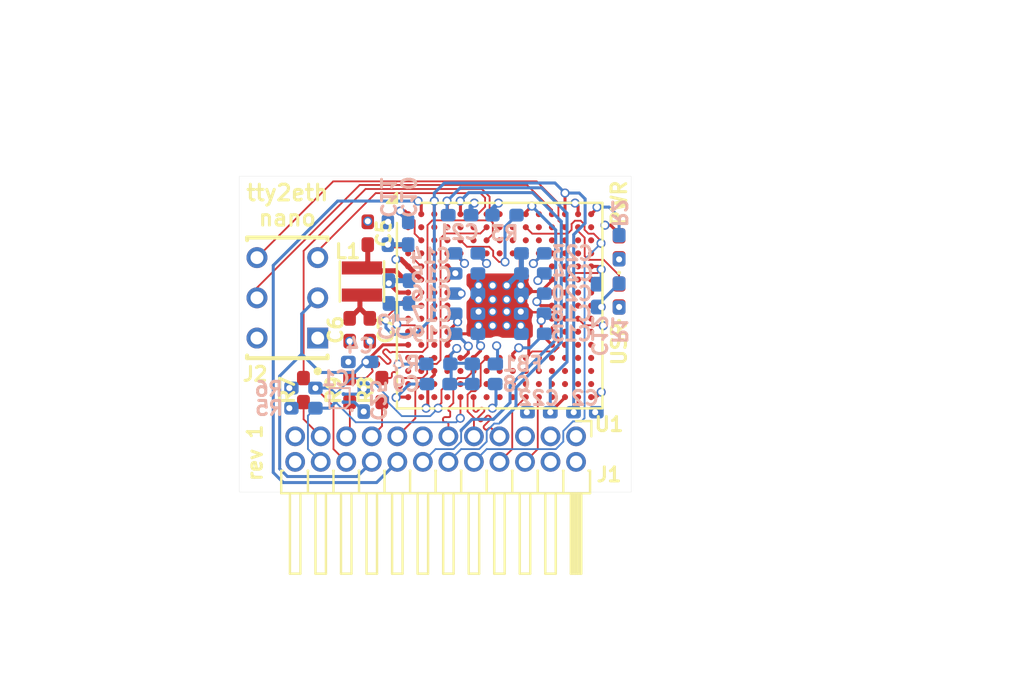
<source format=kicad_pcb>
(kicad_pcb (version 20241229) (generator "pcbnew") (generator_version "9.0")
  (title_block (title "tty2eth-nano") (date "2024-12-04") (rev "1") (company "Institute of Technical Chemistry - Leibniz University Hannover") (comment 1 "JLC04161H-7628"))
  (layers (0 "F.Cu" signal) (4 "In1.Cu" signal) (6 "In2.Cu" signal) (2 "B.Cu" signal) (13 "F.Paste" user) (15 "B.Paste" user) (5 "F.SilkS" user "F.Silkscreen") (7 "B.SilkS" user "B.Silkscreen") (1 "F.Mask" user) (3 "B.Mask" user) (25 "Edge.Cuts" user))
  (net 0 "")
  (net 1 "/stm32/VFBSMPS")
  (net 2 "GND")
  (net 3 "+3V3")
  (net 4 "/stm32/VDDA")
  (net 5 "/stm32/VLXSMPS")
  (net 6 "/~{RST}")
  (net 7 "/ETH_REF_CLK")
  (net 8 "/~{PHYTEC_READY}")
  (net 9 "/ETH_TXD1")
  (net 10 "/stm32/SWO")
  (net 11 "/stm32/SWCLK")
  (net 12 "/stm32/SWDIO")
  (net 13 "Net-(LED_PWR1-K)")
  (net 14 "Net-(LED_USR1-K)")
  (net 15 "/stm32/LED_USR")
  (net 16 "/ETH_CRS_DV")
  (net 17 "/stm32/VREF+")
  (net 18 "/ETH_RXD0")
  (net 19 "/ETH_TXD0")
  (net 20 "/ETH_RXD1")
  (net 21 "/ETH_TXEN")
  (net 22 "Net-(U1-BOOT0)")
  (net 132 "/DEV_UART_RX")
  (net 133 "/DBG_UART_TX")
  (net 135 "/DEV_RST")
  (net 136 "/DBG_UART_RX")
  (net 137 "/DEV_UART_TX")
  (net 139 "/SCL")
  (net 141 "/SDA")
  (net 143 "Net-(C21-Pad1)")
  (net 144 "Net-(U1-PG11)")
  (net 145 "Net-(U1-PG13)")
  (net 146 "Net-(U1-PG14)")
  (footprint "extras:C_0402" (layer "F.Cu") (at 33.39 46.4 -90)
    (property "Reference" "C7")
    (property "Value" "10u")
  )
  (footprint "extras:C_0402" (layer "F.Cu") (at 32.39 46.4 -90)
    (property "Reference" "C6")
    (property "Value" "10u")
  )
  (footprint "extras:R_0402" (layer "F.Cu") (at 32.39 49.4 90)
    (property "Reference" "R9")
    (property "Value" "33")
  )
  (footprint "extras:R_0402" (layer "F.Cu") (at 33.99 49.4 90)
    (property "Reference" "R8")
    (property "Value" "33")
  )
  (footprint "Inductor_SMD:L_Taiyo-Yuden_NR-20xx" (layer "F.Cu") (at 33 44 90)
    (property "Reference" "L1")
    (property "Value" "MDMK2020T2R2MM")
  )
  (footprint "extras:UFBGA-201_10x10mm_Layout15x15_P0.65mm" (layer "F.Cu") (at 39.85 45.2)
    (property "Reference" "U1")
    (property "Value" "STM32H735IGKx")
  )
  (footprint "extras:C_0402" (layer "F.Cu") (at 33.29 41.6 90)
    (property "Reference" "C5")
    (property "Value" "220p")
  )
  (footprint "extras:SAMTEC_CLT-103-01-F-D" (layer "F.Cu") (at 29.29 44.8125 -90)
    (property "Reference" "J2")
    (property "Value" "Conn_02x03_Odd_Even")
  )
  (footprint "LED_SMD:LED_0402_1005Metric_Pad0.77x0.64mm_HandSolder" (layer "F.Cu") (at 45.79 42.2975 90)
    (property "Reference" "LED_PWR1" (hide yes))
    (property "Value" "LED_Green")
  )
  (footprint "extras:R_0402" (layer "F.Cu") (at 30.09 49.4 90)
    (property "Reference" "R7")
    (property "Value" "33")
  )
  (footprint "extras:PinHeader_2x12_P1.27mm_Horizontal" (layer "F.Cu") (at 43.65 51.7 -90)
    (property "Reference" "J1")
    (property "Value" "Conn_02x12_Odd_Even")
  )
  (footprint "LED_SMD:LED_0402_1005Metric_Pad0.77x0.64mm_HandSolder" (layer "F.Cu") (at 45.79 44.695 90)
    (property "Reference" "LED_USR1" (hide yes))
    (property "Value" "LED_Red")
  )
  (footprint "extras:C_0402" (layer "B.Cu") (at 37.8575 40.7)
    (property "Reference" "C21")
    (property "Value" "2.2u")
  )
  (footprint "extras:R_0402" (layer "B.Cu") (at 40.09 40.7 180)
    (property "Reference" "R3")
    (property "Value" "10k")
  )
  (footprint "extras:C_0402" (layer "B.Cu") (at 36.8 49.1 180)
    (property "Reference" "C9")
    (property "Value" "1u")
  )
  (footprint "extras:R_0402" (layer "B.Cu") (at 30.09 49.3 180)
    (property "Reference" "R6")
    (property "Value" "4.7k")
  )
  (footprint "extras:C_0402" (layer "B.Cu") (at 35.34 44.525 -90)
    (property "Reference" "C1")
    (property "Value" "10u")
  )
  (footprint "extras:BGA4C40P2X2_84X84X37" (layer "B.Cu") (at 31.89 49.8 90)
    (property "Reference" "IC1")
    (property "Value" "MAX31875R2TZS+T" (hide yes))
  )
  (footprint "extras:C_0402" (layer "B.Cu") (at 41.5 46.6 180)
    (property "Reference" "C13")
    (property "Value" "100n")
  )
  (footprint "extras:C_0402" (layer "B.Cu") (at 38.2 45.6)
    (property "Reference" "C17")
    (property "Value" "100n")
  )
  (footprint "extras:C_0402" (layer "B.Cu") (at 34.34 44.525 -90)
    (property "Reference" "C3")
    (property "Value" "4.7u")
  )
  (footprint "extras:C_0402" (layer "B.Cu") (at 41.5 42.6 180)
    (property "Reference" "C23")
    (property "Value" "100n")
  )
  (footprint "extras:C_0402" (layer "B.Cu") (at 39.0575 49.1)
    (property "Reference" "C8")
    (property "Value" "100n")
  )
  (footprint "extras:C_0402" (layer "B.Cu") (at 38.2 42.6)
    (property "Reference" "C14")
    (property "Value" "100n")
  )
  (footprint "extras:C_0402" (layer "B.Cu") (at 38.2 44.6)
    (property "Reference" "C16")
    (property "Value" "100n")
  )
  (footprint "extras:C_0402" (layer "B.Cu") (at 41.5 44.6 180)
    (property "Reference" "C20")
    (property "Value" "100n")
  )
  (footprint "extras:R_0402" (layer "B.Cu") (at 45.79 42.3 90)
    (property "Reference" "R2")
    (property "Value" "1k")
  )
  (footprint "extras:C_0402" (layer "B.Cu") (at 41.8 50.5 180)
    (property "Reference" "C22")
    (property "Value" "2.2u")
  )
  (footprint "extras:C_0402" (layer "B.Cu") (at 41.49 45.6 180)
    (property "Reference" "C18")
    (property "Value" "100n")
  )
  (footprint "extras:C_0402" (layer "B.Cu") (at 38.2 43.6)
    (property "Reference" "C15")
    (property "Value" "100n")
  )
  (footprint "extras:C_0402" (layer "B.Cu") (at 44.09 50.5)
    (property "Reference" "C2")
    (property "Value" "4.7u")
  )
  (footprint "extras:L_0402" (layer "B.Cu") (at 39.0625 48.1 180)
    (property "Reference" "FB1")
    (property "Value" "BLM15PE300SH1D")
  )
  (footprint "extras:R_0402" (layer "B.Cu") (at 45.79 44.6975 90)
    (property "Reference" "R1")
    (property "Value" "1k")
  )
  (footprint "extras:C_0402" (layer "B.Cu") (at 33.09 49.9 90)
    (property "Reference" "C25")
    (property "Value" "100n")
  )
  (footprint "extras:C_0402" (layer "B.Cu") (at 35.3 41.6 90)
    (property "Reference" "C10")
    (property "Value" "1u")
  )
  (footprint "extras:C_0402" (layer "B.Cu") (at 38.2 46.6)
    (property "Reference" "C19")
    (property "Value" "100n")
  )
  (footprint "extras:C_0402" (layer "B.Cu") (at 32.89 48 180)
    (property "Reference" "C4")
    (property "Value" "100n")
  )
  (footprint "extras:C_0402" (layer "B.Cu") (at 41.5 43.6 180)
    (property "Reference" "C24")
    (property "Value" "100n")
  )
  (footprint "extras:R_0402" (layer "B.Cu") (at 30.09 50.3 180)
    (property "Reference" "R5")
    (property "Value" "4.7k")
  )
  (footprint "extras:C_0402" (layer "B.Cu") (at 44.69 44.7 -90)
    (property "Reference" "C12")
    (property "Value" "4.7u")
  )
  (footprint "extras:R_0402" (layer "B.Cu") (at 36.8 48.1 180)
    (property "Reference" "R4")
    (property "Value" "47")
  )
  (footprint "extras:C_0402" (layer "B.Cu") (at 34.29 41.6 90)
    (property "Reference" "C11")
    (property "Value" "100n")
  )
  (gr_rect (start 26.9 38.77) (end 46.4 54.47) (stroke (width 0.01)) (fill no) (layer "Edge.Cuts"))
  (gr_text "rev 1" (at 28.09 54 90) (layer "F.SilkS") (effects (font (size 0.7 0.7)) (justify left bottom)))
  (gr_text "tty2eth\nnano" (at 29.29 41.3 0) (layer "F.SilkS") (effects (font (size 0.78 0.78)) (justify bottom)))
  (segment (start 32.9 45.3325) (end 33.5 45.9325) (width 0.25) (layer "F.Cu") (net 1))
  (segment (start 43.5325 50.5) (end 43.75 50.2825) (width 0.15) (layer "F.Cu") (net 1))
  (segment (start 35.95 44.55) (end 35.625 44.875) (width 0.09) (layer "F.Cu") (net 1))
  (segment (start 43.1 39.6) (end 43.1 40.65) (width 0.15) (layer "F.Cu") (net 1))
  (segment (start 35.625 44.875) (end 35.125 44.875) (width 0.09) (layer "F.Cu") (net 1))
  (segment (start 35.125 44.875) (end 34.193112 45.806888) (width 0.09) (layer "F.Cu") (net 1))
  (segment (start 34.190558 45.9325) (end 34.193112 45.929946) (width 0.15) (layer "F.Cu") (net 1))
  (segment (start 36.6 40.000002) (end 36.6 40.65) (width 0.15) (layer "F.Cu") (net 1))
  (segment (start 43.75 50.2825) (end 43.75 49.75) (width 0.15) (layer "F.Cu") (net 1))
  (segment (start 34.193112 45.806888) (end 34.193112 45.929946) (width 0.09) (layer "F.Cu") (net 1))
  (segment (start 36.599998 40) (end 36.6 40.000002) (width 0.15) (layer "F.Cu") (net 1))
  (segment (start 32.9 44.775) (end 33 44.675) (width 0.25) (layer "F.Cu") (net 1))
  (segment (start 32.9 45.3325) (end 32.9 44.775) (width 0.25) (layer "F.Cu") (net 1))
  (segment (start 33.49 45.9325) (end 34.190558 45.9325) (width 0.15) (layer "F.Cu") (net 1))
  (segment (start 32.3 45.9325) (end 32.9 45.3325) (width 0.25) (layer "F.Cu") (net 1))
  (via (at 36.599998 40) (size 0.45) (drill 0.3) (layers "F.Cu" "B.Cu") (net 1))
  (via (at 34.193112 45.929946) (size 0.45) (drill 0.3) (layers "F.Cu" "B.Cu") (net 1))
  (via (at 43.1 39.6) (size 0.45) (drill 0.3) (layers "F.Cu" "B.Cu") (net 1))
  (via (at 43.5325 50.5) (size 0.45) (drill 0.3) (layers "F.Cu" "B.Cu") (net 1))
  (segment (start 37.1 39.1) (end 36.599998 39.600002) (width 0.15) (layer "B.Cu") (net 1))
  (segment (start 44.1 39.892893) (end 44.1 41.1) (width 0.15) (layer "B.Cu") (net 1))
  (segment (start 43.1 39.6) (end 43.807107 39.6) (width 0.15) (layer "B.Cu") (net 1))
  (segment (start 36.599998 45.700002) (end 35.66943 46.63057) (width 0.15) (layer "B.Cu") (net 1))
  (segment (start 43.807107 39.6) (end 44.1 39.892893) (width 0.15) (layer "B.Cu") (net 1))
  (segment (start 42.6 39.1) (end 37.1 39.1) (width 0.15) (layer "B.Cu") (net 1))
  (segment (start 44.1 41.1) (end 43.5325 41.6675) (width 0.15) (layer "B.Cu") (net 1))
  (segment (start 34.527005 46.63057) (end 34.193112 46.296677) (width 0.15) (layer "B.Cu") (net 1))
  (segment (start 36.599998 39.600002) (end 36.599998 40) (width 0.15) (layer "B.Cu") (net 1))
  (segment (start 43.1 39.6) (end 42.6 39.1) (width 0.15) (layer "B.Cu") (net 1))
  (segment (start 35.66943 46.63057) (end 34.527005 46.63057) (width 0.15) (layer "B.Cu") (net 1))
  (segment (start 34.193112 46.296677) (end 34.193112 45.929946) (width 0.15) (layer "B.Cu") (net 1))
  (segment (start 43.5325 41.6675) (end 43.5325 50.5) (width 0.15) (layer "B.Cu") (net 1))
  (segment (start 36.599998 40) (end 36.599998 45.700002) (width 0.15) (layer "B.Cu") (net 1))
  (segment (start 33.5 47.0675) (end 33.49 47.0675) (width 0.15) (layer "F.Cu") (net 2))
  (segment (start 41.3 46.65) (end 41.15 46.5) (width 0.15) (layer "F.Cu") (net 2))
  (segment (start 36.6 48.64038) (end 36.6 48.45) (width 0.15) (layer "F.Cu") (net 2))
  (segment (start 36.275 48.96538) (end 36.6 48.64038) (width 0.15) (layer "F.Cu") (net 2))
  (segment (start 42.772 47.283377) (end 42.577377 47.478) (width 0.09) (layer "F.Cu") (net 2))
  (segment (start 32.3 47.0575) (end 32.39 46.9675) (width 0.15) (layer "F.Cu") (net 2))
  (segment (start 35.15 40.5) (end 35.3 40.65) (width 0.15) (layer "F.Cu") (net 2))
  (segment (start 42.772 46.822) (end 42.772 47.283377) (width 0.09) (layer "F.Cu") (net 2))
  (segment (start 38.697997 42.6) (end 39.2 43.102003) (width 0.15) (layer "F.Cu") (net 2))
  (segment (start 38.45 46.6) (end 37.7 46.6) (width 0.15) (layer "F.Cu") (net 2))
  (segment (start 42.566407 45.528) (end 41.478 45.528) (width 0.12) (layer "F.Cu") (net 2))
  (segment (start 34.781542 46.178) (end 34.734112 46.13057) (width 0.09) (layer "F.Cu") (net 2))
  (segment (start 38.55 46.5) (end 38.45 46.6) (width 0.15) (layer "F.Cu") (net 2))
  (segment (start 34.95 42.9) (end 34.69 42.9) (width 0.25) (layer "F.Cu") (net 2))
  (segment (start 34.9 40.5) (end 35.15 40.5) (width 0.15) (layer "F.Cu") (net 2))
  (segment (start 38.9 47.2) (end 38.9 47.45) (width 0.15) (layer "F.Cu") (net 2))
  (segment (start 44.9 49.5) (end 44.65 49.75) (width 0.15) (layer "F.Cu") (net 2))
  (segment (start 33.29 41.0325) (end 33.29 41) (width 0.25) (layer "F.Cu") (net 2))
  (segment (start 34.7 49.77) (end 34.72 49.75) (width 0.15) (layer "F.Cu") (net 2))
  (segment (start 44.078 46.178) (end 44.978 46.178) (width 0.09) (layer "F.Cu") (net 2))
  (segment (start 42.76 45.721593) (end 42.566407 45.528) (width 0.12) (layer "F.Cu") (net 2))
  (segment (start 41.15 42.6) (end 40.9 42.85) (width 0.2) (layer "F.Cu") (net 2))
  (segment (start 35.95 46.5) (end 35.628 46.178) (width 0.09) (layer "F.Cu") (net 2))
  (segment (start 42.577377 47.478) (end 41.472 47.478) (width 0.09) (layer "F.Cu") (net 2))
  (segment (start 35.3 40.65) (end 35.622 40.972) (width 0.09) (layer "F.Cu") (net 2))
  (segment (start 42.45 43.9) (end 42.45 43.957107) (width 0.15) (layer "F.Cu") (net 2))
  (segment (start 38.563676 42.6) (end 38.55 42.6) (width 0.12) (layer "F.Cu") (net 2))
  (segment (start 32.3325 48.1) (end 32.3325 48.01) (width 0.15) (layer "F.Cu") (net 2))
  (segment (start 38.55 42.6) (end 38.697997 42.6) (width 0.15) (layer "F.Cu") (net 2))
  (segment (start 35.622 40.972) (end 35.622 41.622) (width 0.09) (layer "F.Cu") (net 2))
  (segment (start 43.75 45.85) (end 44.078 46.178) (width 0.09) (layer "F.Cu") (net 2))
  (segment (start 42.45 46.5) (end 42.45 46.288407) (width 0.12) (layer "F.Cu") (net 2))
  (segment (start 40.9 42.85) (end 40.9 44.2) (width 0.2) (layer "F.Cu") (net 2))
  (segment (start 42.45 43.957107) (end 41.907107 44.5) (width 0.15) (layer "F.Cu") (net 2))
  (segment (start 37.25 47.05) (end 37.25 47.15) (width 0.15) (layer "F.Cu") (net 2))
  (segment (start 41.478 45.528) (end 41.15 45.2) (width 0.12) (layer "F.Cu") (net 2))
  (segment (start 35.3 43.25) (end 34.95 42.9) (width 0.25) (layer "F.Cu") (net 2))
  (segment (start 33.49 47.0675) (end 33.39 46.9675) (width 0.15) (layer "F.Cu") (net 2))
  (segment (start 41.3 47.65) (end 41.3 46.65) (width 0.15) (layer "F.Cu") (net 2))
  (segment (start 36.275 50.215) (end 36.275 48.96538) (width 0.15) (layer "F.Cu") (net 2))
  (segment (start 41.907107 44.5) (end 41.2 44.5) (width 0.15) (layer "F.Cu") (net 2))
  (segment (start 42.45 46.288407) (end 42.76 45.978407) (width 0.12) (layer "F.Cu") (net 2))
  (segment (start 37.7 46.6) (end 37.25 47.05) (width 0.15) (layer "F.Cu") (net 2))
  (segment (start 36.19 50.3) (end 36.275 50.215) (width 0.15) (layer "F.Cu") (net 2))
  (segment (start 32.3 47.0675) (end 32.3 47.0575) (width 0.15) (layer "F.Cu") (net 2))
  (segment (start 42.76 45.978407) (end 42.76 45.721593) (width 0.12) (layer "F.Cu") (net 2))
  (segment (start 41.472 47.478) (end 41.15 47.8) (width 0.09) (layer "F.Cu") (net 2))
  (segment (start 41.15 47.8) (end 41.3 47.65) (width 0.15) (layer "F.Cu") (net 2))
  (segment (start 34.72 49.75) (end 35.3 49.75) (width 0.15) (layer "F.Cu") (net 2))
  (segment (start 42.45 46.5) (end 42.772 46.822) (width 0.09) (layer "F.Cu") (net 2))
  (segment (start 44.978 46.178) (end 45 46.2) (width 0.09) (layer "F.Cu") (net 2))
  (segment (start 44.69 40.36) (end 44.4 40.65) (width 0.15) (layer "F.Cu") (net 2))
  (segment (start 32.3325 48.01) (end 32.3225 48) (width 0.15) (layer "F.Cu") (net 2))
  (segment (start 38.9 47.45) (end 38.55 47.8) (width 0.15) (layer "F.Cu") (net 2))
  (segment (start 35.3 43.25) (end 35.95 43.9) (width 0.25) (layer "F.Cu") (net 2))
  (segment (start 35.628 46.178) (end 34.781542 46.178) (width 0.09) (layer "F.Cu") (net 2))
  (segment (start 44.65 49.75) (end 44.4 49.75) (width 0.15) (layer "F.Cu") (net 2))
  (segment (start 35.622 41.622) (end 35.95 41.95) (width 0.09) (layer "F.Cu") (net 2))
  (segment (start 41.2 44.5) (end 41.15 44.55) (width 0.15) (layer "F.Cu") (net 2))
  (segment (start 44.69 40.3) (end 44.69 40.36) (width 0.15) (layer "F.Cu") (net 2))
  (via (at 34.69 42.9) (size 0.45) (drill 0.3) (layers "F.Cu" "B.Cu") (net 2))
  (via (at 39.5 45.5) (size 0.45) (drill 0.3) (layers "F.Cu" "B.Cu") (net 2))
  (via (at 44.6 50.5) (size 0.45) (drill 0.3) (layers "F.Cu" "B.Cu") (net 2))
  (via (at 40.2 44.9) (size 0.45) (drill 0.3) (layers "F.Cu" "B.Cu") (net 2))
  (via (at 33.39 46.9675) (size 0.45) (drill 0.3) (layers "F.Cu" "B.Cu") (net 2))
  (via (at 38.8 45.5) (size 0.45) (drill 0.3) (layers "F.Cu" "B.Cu") (net 2))
  (via (at 39.2 43.102003) (size 0.45) (drill 0.3) (layers "F.Cu" "B.Cu") (net 2))
  (via (at 34.9 40.5) (size 0.45) (drill 0.3) (layers "F.Cu" "B.Cu") (net 2))
  (via (at 38.59 40.1) (size 0.45) (drill 0.3) (layers "F.Cu" "B.Cu") (net 2))
  (via (at 34.3 41.0325) (size 0.45) (drill 0.3) (layers "F.Cu" "B.Cu") (net 2))
  (via (at 38.8 44.2) (size 0.45) (drill 0.3) (layers "F.Cu" "B.Cu") (net 2))
  (via (at 40.9 45.5) (size 0.45) (drill 0.3) (layers "F.Cu" "B.Cu") (net 2))
  (via (at 33.29 41) (size 0.45) (drill 0.3) (layers "F.Cu" "B.Cu") (net 2))
  (via (at 44.9 45.2675) (size 0.45) (drill 0.3) (layers "F.Cu" "B.Cu") (net 2))
  (via (at 39.5 44.2) (size 0.45) (drill 0.3) (layers "F.Cu" "B.Cu") (net 2))
  (via (at 32.39 46.9675) (size 0.45) (drill 0.3) (layers "F.Cu" "B.Cu") (net 2))
  (via (at 40.9 46.2) (size 0.45) (drill 0.3) (layers "F.Cu" "B.Cu") (net 2))
  (via (at 34.7 49.77) (size 0.45) (drill 0.3) (layers "F.Cu" "B.Cu") (net 2))
  (via (at 39.79 40.1) (size 0.45) (drill 0.3) (layers "F.Cu" "B.Cu") (net 2))
  (via (at 39.5 46.2) (size 0.45) (drill 0.3) (layers "F.Cu" "B.Cu") (net 2))
  (via (at 40.2 45.5) (size 0.45) (drill 0.3) (layers "F.Cu" "B.Cu") (net 2))
  (via (at 41.2 50.5) (size 0.45) (drill 0.3) (layers "F.Cu" "B.Cu") (net 2))
  (via (at 40.9 44.9) (size 0.45) (drill 0.3) (layers "F.Cu" "B.Cu") (net 2))
  (via (at 40.2 46.2) (size 0.45) (drill 0.3) (layers "F.Cu" "B.Cu") (net 2))
  (via (at 38.8 46.2) (size 0.45) (drill 0.3) (layers "F.Cu" "B.Cu") (net 2))
  (via (at 45 46.2) (size 0.45) (drill 0.3) (layers "F.Cu" "B.Cu") (net 2))
  (via (at 38.9 47.2) (size 0.45) (drill 0.3) (layers "F.Cu" "B.Cu") (net 2))
  (via (at 36.19 50.3) (size 0.45) (drill 0.3) (layers "F.Cu" "B.Cu") (net 2))
  (via (at 34.734112 46.13057) (size 0.45) (drill 0.3) (layers "F.Cu" "B.Cu") (net 2))
  (via (at 44.9 49.5) (size 0.45) (drill 0.3) (layers "F.Cu" "B.Cu") (net 2))
  (via (at 40.9 44.2) (size 0.45) (drill 0.3) (layers "F.Cu" "B.Cu") (net 2))
  (via (at 33.09 49.3325) (size 0.45) (drill 0.3) (layers "F.Cu" "B.Cu") (net 2))
  (via (at 40.2 44.2) (size 0.45) (drill 0.3) (layers "F.Cu" "B.Cu") (net 2))
  (via (at 44.69 40.3) (size 0.45) (drill 0.3) (layers "F.Cu" "B.Cu") (net 2))
  (via (at 38.8 44.9) (size 0.45) (drill 0.3) (layers "F.Cu" "B.Cu") (net 2))
  (via (at 39.5 44.9) (size 0.45) (drill 0.3) (layers "F.Cu" "B.Cu") (net 2))
  (via (at 32.3225 48) (size 0.45) (drill 0.3) (layers "F.Cu" "B.Cu") (net 2))
  (via (at 39.49 50.3) (size 0.45) (drill 0.3) (layers "F.Cu" "B.Cu") (net 2))
  (segment (start 34.7 49.77) (end 35.37 49.1) (width 0.15) (layer "B.Cu") (net 2))
  (segment (start 45.79 40.8) (end 45.29 40.3) (width 0.15) (layer "B.Cu") (net 2))
  (segment (start 34.79 45.0925) (end 35.34 45.0925) (width 0.25) (layer "B.Cu") (net 2))
  (segment (start 38.7675 45.5325) (end 38.8 45.5) (width 0.15) (layer "B.Cu") (net 2))
  (segment (start 38.7675 44.1675) (end 38.8 44.2) (width 0.15) (layer "B.Cu") (net 2))
  (segment (start 35.37 49.1) (end 36.3325 49.1) (width 0.15) (layer "B.Cu") (net 2))
  (segment (start 40.9325 43.4675) (end 40.2 44.2) (width 0.25) (layer "B.Cu") (net 2))
  (segment (start 38.3675 40.7) (end 38.3675 40.557997) (width 0.15) (layer "B.Cu") (net 2))
  (segment (start 39.4925 40.7) (end 39.4925 40.3975) (width 0.25) (layer "B.Cu") (net 2))
  (segment (start 34.734112 45.148388) (end 34.79 45.0925) (width 0.25) (layer "B.Cu") (net 2))
  (segment (start 34.9 40.6325) (end 35.3 41.0325) (width 0.15) (layer "B.Cu") (net 2))
  (segment (start 34.9 40.5) (end 34.9 40.6325) (width 0.15) (layer "B.Cu") (net 2))
  (segment (start 40.9325 42.6) (end 40.9325 43.3) (width 0.25) (layer "B.Cu") (net 2))
  (segment (start 38.425 40.265) (end 38.59 40.1) (width 0.25) (layer "B.Cu") (net 2))
  (segment (start 34.34 45.0925) (end 34.79 45.0925) (width 0.25) (layer "B.Cu") (net 2))
  (segment (start 38.7675 47.0675) (end 38.9 47.2) (width 0.15) (layer "B.Cu") (net 2))
  (segment (start 38.7675 46.6) (end 38.7675 47.0675) (width 0.15) (layer "B.Cu") (net 2))
  (segment (start 38.7675 45.6) (end 38.7675 45.5325) (width 0.15) (layer "B.Cu") (net 2))
  (segment (start 44.9 45.2675) (end 44.9 44.99) (width 0.15) (layer "B.Cu") (net 2))
  (segment (start 45.79 41.6) (end 45.79 40.8) (width 0.15) (layer "B.Cu") (net 2))
  (segment (start 34.734112 46.13057) (end 34.734112 45.148388) (width 0.25) (layer "B.Cu") (net 2))
  (segment (start 40.9325 43.3) (end 40.9325 43.4675) (width 0.25) (layer "B.Cu") (net 2))
  (segment (start 44.9 44.99) (end 45.79 44.1) (width 0.15) (layer "B.Cu") (net 2))
  (segment (start 38.7675 44.6) (end 38.7675 44.8675) (width 0.15) (layer "B.Cu") (net 2))
  (segment (start 40.9325 44.1675) (end 40.9 44.2) (width 0.25) (layer "B.Cu") (net 2))
  (segment (start 40.9325 43.3) (end 40.9325 44.1675) (width 0.25) (layer "B.Cu") (net 2))
  (segment (start 38.7675 44.8675) (end 38.8 44.9) (width 0.15) (layer "B.Cu") (net 2))
  (segment (start 39.49 50.3) (end 39.6675 50.1225) (width 0.15) (layer "B.Cu") (net 2))
  (segment (start 39.4925 40.3975) (end 39.79 40.1) (width 0.25) (layer "B.Cu") (net 2))
  (segment (start 32.09 49.6) (end 32.8225 49.6) (width 0.15) (layer "B.Cu") (net 2))
  (segment (start 38.425 40.7) (end 38.425 40.265) (width 0.25) (layer "B.Cu") (net 2))
  (segment (start 39.6675 50.1225) (end 39.6675 49.1) (width 0.15) (layer "B.Cu") (net 2))
  (segment (start 38.7675 42.669503) (end 39.2 43.102003) (width 0.15) (layer "B.Cu") (net 2))
  (segment (start 45.29 40.3) (end 44.69 40.3) (width 0.15) (layer "B.Cu") (net 2))
  (segment (start 32.8225 49.6) (end 33.09 49.3325) (width 0.15) (layer "B.Cu") (net 2))
  (segment (start 38.7675 43.6) (end 38.7675 44.1675) (width 0.15) (layer "B.Cu") (net 2))
  (segment (start 38.7675 42.6) (end 38.7675 42.669503) (width 0.15) (layer "B.Cu") (net 2))
  (segment (start 41.2325 50.5) (end 41.2 50.5) (width 0.15) (layer "B.Cu") (net 2))
  (segment (start 41.526001 43.106518) (end 41.8 42.832519) (width 0.15) (layer "F.Cu") (net 3))
  (segment (start 40.5 47.6) (end 40.5 47.8) (width 0.15) (layer "F.Cu") (net 3))
  (segment (start 44.9 43.4) (end 44.722 43.578) (width 0.09) (layer "F.Cu") (net 3))
  (segment (start 45.09 41.2) (end 45.3675 41.2) (width 0.15) (layer "F.Cu") (net 3))
  (segment (start 44.722 43.578) (end 43.422 43.578) (width 0.09) (layer "F.Cu") (net 3))
  (segment (start 35.95 43.25) (end 35.595 42.895) (width 0.09) (layer "F.Cu") (net 3))
  (segment (start 41.91622 46.61622) (end 42.45 47.15) (width 0.15) (layer "F.Cu") (net 3))
  (segment (start 34.798717 44.55) (end 34.338717 44.09) (width 0.2) (layer "F.Cu") (net 3))
  (segment (start 45.3675 41.2) (end 45.79 41.6225) (width 0.15) (layer "F.Cu") (net 3))
  (segment (start 41.7 45) (end 41.9 45.2) (width 0.15) (layer "F.Cu") (net 3))
  (segment (start 40.8 47.3) (end 40.5 47.6) (width 0.15) (layer "F.Cu") (net 3))
  (segment (start 38.289894 47.562302) (end 38.052196 47.8) (width 0.15) (layer "F.Cu") (net 3))
  (segment (start 41.9 45.2) (end 42.45 45.2) (width 0.15) (layer "F.Cu") (net 3))
  (segment (start 43.422 43.578) (end 43.1 43.9) (width 0.09) (layer "F.Cu") (net 3))
  (segment (start 35.422194 42.305) (end 34.4275 42.305) (width 0.09) (layer "F.Cu") (net 3))
  (segment (start 41.91622 45.938) (end 41.91622 46.61622) (width 0.15) (layer "F.Cu") (net 3))
  (segment (start 37.304808 43.25) (end 37.25 43.25) (width 0.15) (layer "F.Cu") (net 3))
  (segment (start 44.9 43.4) (end 44.75 43.25) (width 0.15) (layer "F.Cu") (net 3))
  (segment (start 38.1 43.1) (end 37.9 42.9) (width 0.15) (layer "F.Cu") (net 3))
  (segment (start 35.3 44.55) (end 34.798717 44.55) (width 0.2) (layer "F.Cu") (net 3))
  (segment (start 38.052196 47.8) (end 37.9 47.8) (width 0.15) (layer "F.Cu") (net 3))
  (segment (start 37.645002 43.590194) (end 37.304808 43.25) (width 0.15) (layer "F.Cu") (net 3))
  (segment (start 35.595 42.895) (end 35.595 42.477806) (width 0.09) (layer "F.Cu") (net 3))
  (segment (start 44.75 43.25) (end 44.4 43.25) (width 0.15) (layer "F.Cu") (net 3))
  (segment (start 34.4275 42.305) (end 34.29 42.1675) (width 0.09) (layer "F.Cu") (net 3))
  (segment (start 37.8825 44.55) (end 37.9325 44.6) (width 0.15) (layer "F.Cu") (net 3))
  (segment (start 37.27 46.5) (end 37.25 46.5) (width 0.15) (layer "F.Cu") (net 3))
  (segment (start 35.595 42.477806) (end 35.422194 42.305) (width 0.09) (layer "F.Cu") (net 3))
  (segment (start 37.76 46.01) (end 37.27 46.5) (width 0.15) (layer "F.Cu") (net 3))
  (segment (start 41.75 43.95) (end 42.45 43.25) (width 0.15) (layer "F.Cu") (net 3))
  (segment (start 37.25 44.55) (end 37.8825 44.55) (width 0.15) (layer "F.Cu") (net 3))
  (segment (start 38.289894 47.215463) (end 38.289894 47.562302) (width 0.15) (layer "F.Cu") (net 3))
  (segment (start 37.9 42.9) (end 37.9 42.6) (width 0.15) (layer "F.Cu") (net 3))
  (segment (start 41.8 42.832519) (end 41.8 42.6) (width 0.15) (layer "F.Cu") (net 3))
  (segment (start 37.25 42.6) (end 37.9 42.6) (width 0.15) (layer "F.Cu") (net 3))
  (via (at 41.75 43.95) (size 0.45) (drill 0.3) (layers "F.Cu" "B.Cu") (net 3))
  (via (at 34.29 42.1675) (size 0.45) (drill 0.3) (layers "F.Cu" "B.Cu") (net 3))
  (via (at 37.76 46.01) (size 0.45) (drill 0.3) (layers "F.Cu" "B.Cu") (net 3))
  (via (at 33.09 50.4675) (size 0.45) (drill 0.3) (layers "F.Cu" "B.Cu") (net 3))
  (via (at 37.645002 43.590194) (size 0.45) (drill 0.3) (layers "F.Cu" "B.Cu") (net 3))
  (via (at 38.1 43.1) (size 0.45) (drill 0.3) (layers "F.Cu" "B.Cu") (net 3))
  (via (at 38.289894 47.215463) (size 0.45) (drill 0.3) (layers "F.Cu" "B.Cu") (net 3))
  (via (at 41.91622 45.938) (size 0.45) (drill 0.3) (layers "F.Cu" "B.Cu") (net 3))
  (via (at 29.39 50.3) (size 0.45) (drill 0.3) (layers "F.Cu" "B.Cu") (net 3))
  (via (at 39.7 47.2) (size 0.45) (drill 0.3) (layers "F.Cu" "B.Cu") (net 3))
  (via (at 34.338717 44.09) (size 0.45) (drill 0.3) (layers "F.Cu" "B.Cu") (net 3))
  (via (at 41.526001 43.106518) (size 0.45) (drill 0.3) (layers "F.Cu" "B.Cu") (net 3))
  (via (at 29.39 49.3) (size 0.45) (drill 0.3) (layers "F.Cu" "B.Cu") (net 3))
  (via (at 37.9325 44.6) (size 0.45) (drill 0.3) (layers "F.Cu" "B.Cu") (net 3))
  (via (at 45.09 41.2) (size 0.45) (drill 0.3) (layers "F.Cu" "B.Cu") (net 3))
  (via (at 40.8 47.3) (size 0.45) (drill 0.3) (layers "F.Cu" "B.Cu") (net 3))
  (via (at 41.7 45) (size 0.45) (drill 0.3) (layers "F.Cu" "B.Cu") (net 3))
  (via (at 44.9 43.4) (size 0.45) (drill 0.3) (layers "F.Cu" "B.Cu") (net 3))
  (segment (start 37.692609 46.6) (end 37.6325 46.6) (width 0.15) (layer "B.Cu") (net 3))
  (segment (start 41.91622 45.938) (end 42.0675 45.78672) (width 0.15) (layer "B.Cu") (net 3))
  (segment (start 40.8 47.3) (end 41.3675 47.3) (width 0.15) (layer "B.Cu") (net 3))
  (segment (start 42.0675 43.6325) (end 41.75 43.95) (width 0.15) (layer "B.Cu") (net 3))
  (segment (start 38.1 43.1) (end 38.1 43.0675) (width 0.15) (layer "B.Cu") (net 3))
  (segment (start 32.09 50) (end 32.6225 50) (width 0.15) (layer "B.Cu") (net 3))
  (segment (start 37.6325 45.6) (end 37.6325 45.8825) (width 0.15) (layer "B.Cu") (net 3))
  (segment (start 35.34 43.9575) (end 34.34 43.9575) (width 0.25) (layer "B.Cu") (net 3))
  (segment (start 37.642306 43.590194) (end 37.6325 43.6) (width 0.15) (layer "B.Cu") (net 3))
  (segment (start 38.1 43.0675) (end 37.6325 42.6) (width 0.15) (layer "B.Cu") (net 3))
  (segment (start 34.396217 44.0325) (end 34.338717 44.09) (width 0.2) (layer "B.Cu") (net 3))
  (segment (start 41.3675 47.3) (end 42.0675 46.6) (width 0.15) (layer "B.Cu") (net 3))
  (segment (start 29.49 50.2975) (end 29.4875 50.3) (width 0.09) (layer "B.Cu") (net 3))
  (segment (start 41.7 44.9675) (end 42.0675 44.6) (width 0.25) (layer "B.Cu") (net 3))
  (segment (start 29.4875 50.3) (end 29.39 50.3) (width 0.09) (layer "B.Cu") (net 3))
  (segment (start 42.0675 45.78672) (end 42.0675 45.6) (width 0.15) (layer "B.Cu") (net 3))
  (segment (start 42.0675 42.6) (end 42.032519 42.6) (width 0.15) (layer "B.Cu") (net 3))
  (segment (start 34.29 42.1675) (end 34.3 42.1675) (width 0.25) (layer "B.Cu") (net 3))
  (segment (start 32.6225 50) (end 33.09 50.4675) (width 0.15) (layer "B.Cu") (net 3))
  (segment (start 41.7 45) (end 41.7 44.9675) (width 0.25) (layer "B.Cu") (net 3))
  (segment (start 38.289894 47.215463) (end 38.289894 47.197285) (width 0.15) (layer "B.Cu") (net 3))
  (segment (start 34.29 42.1675) (end 35.3 42.1675) (width 0.25) (layer "B.Cu") (net 3))
  (segment (start 39.745 47.245) (end 39.745 48.0675) (width 0.15) (layer "B.Cu") (net 3))
  (segment (start 42.032519 42.6) (end 41.526001 43.106518) (width 0.15) (layer "B.Cu") (net 3))
  (segment (start 38.289894 47.197285) (end 37.692609 46.6) (width 0.15) (layer "B.Cu") (net 3))
  (segment (start 37.645002 43.590194) (end 37.642306 43.590194) (width 0.15) (layer "B.Cu") (net 3))
  (segment (start 42.0675 43.6) (end 42.0675 43.6325) (width 0.15) (layer "B.Cu") (net 3))
  (segment (start 39.7 47.2) (end 39.745 47.245) (width 0.15) (layer "B.Cu") (net 3))
  (segment (start 37.6325 45.8825) (end 37.76 46.01) (width 0.15) (layer "B.Cu") (net 3))
  (segment (start 37.6325 44.6) (end 37.9325 44.6) (width 0.15) (layer "B.Cu") (net 3))
  (segment (start 44.9 44.1325) (end 44.9 43.4) (width 0.15) (layer "B.Cu") (net 3))
  (segment (start 37.71775 47.332248) (end 37.71775 47.33225) (width 0.15) (layer "F.Cu") (net 4))
  (segment (start 37.71775 47.33225) (end 37.25 47.8) (width 0.15) (layer "F.Cu") (net 4))
  (via (at 37.71775 47.332248) (size 0.45) (drill 0.3) (layers "F.Cu" "B.Cu") (net 4))
  (segment (start 38.54 48.1275) (end 38.6 48.0675) (width 0.15) (layer "B.Cu") (net 4))
  (segment (start 37.4375 48.0675) (end 37.4375 47.612498) (width 0.15) (layer "B.Cu") (net 4))
  (segment (start 37.4375 47.612498) (end 37.71775 47.332248) (width 0.15) (layer "B.Cu") (net 4))
  (segment (start 37.4375 48.9975) (end 37.54 49.1) (width 0.15) (layer "B.Cu") (net 4))
  (segment (start 38.54 49.1) (end 37.54 49.1) (width 0.15) (layer "B.Cu") (net 4))
  (segment (start 38.54 49.1) (end 38.54 48.1275) (width 0.15) (layer "B.Cu") (net 4))
  (segment (start 38.6 48.0675) (end 37.4375 48.0675) (width 0.15) (layer "B.Cu") (net 4))
  (segment (start 37.4375 48.0675) (end 37.4375 48.9975) (width 0.15) (layer "B.Cu") (net 4))
  (segment (start 33.29 43.035) (end 33.29 42.1675) (width 0.25) (layer "F.Cu") (net 5))
  (segment (start 35.087868 43.9) (end 35.0075 43.819632) (width 0.25) (layer "F.Cu") (net 5))
  (segment (start 34.670673 43.465) (end 33.14 43.465) (width 0.25) (layer "F.Cu") (net 5))
  (segment (start 33 43.325) (end 33.29 43.035) (width 0.25) (layer "F.Cu") (net 5))
  (segment (start 35.0075 43.801827) (end 34.670673 43.465) (width 0.25) (layer "F.Cu") (net 5))
  (segment (start 35.3 43.9) (end 35.087868 43.9) (width 0.25) (layer "F.Cu") (net 5))
  (segment (start 33.14 43.465) (end 33 43.325) (width 0.25) (layer "F.Cu") (net 5))
  (segment (start 35.0075 43.819632) (end 35.0075 43.801827) (width 0.25) (layer "F.Cu") (net 5))
  (segment (start 33.197847 47.998139) (end 34.045986 47.15) (width 0.15) (layer "F.Cu") (net 6))
  (segment (start 34.045986 47.15) (end 35.3 47.15) (width 0.15) (layer "F.Cu") (net 6))
  (via (at 33.197847 47.998139) (size 0.45) (drill 0.3) (layers "F.Cu" "B.Cu") (net 6))
  (segment (start 33.49 52.97) (end 32.76 53.7) (width 0.15) (layer "B.Cu") (net 6))
  (segment (start 30.005 45.6075) (end 30.005 47.6075) (width 0.15) (layer "B.Cu") (net 6))
  (segment (start 33.197847 47.998139) (end 33.299708 48.1) (width 0.15) (layer "B.Cu") (net 6))
  (segment (start 28.91 48.7025) (end 30.005 47.6075) (width 0.15) (layer "B.Cu") (net 6))
  (segment (start 33.299708 48.1) (end 33.645107 48.1) (width 0.15) (layer "B.Cu") (net 6))
  (segment (start 32.76 53.7) (end 29.294418 53.7) (width 0.15) (layer "B.Cu") (net 6))
  (segment (start 29.294418 53.7) (end 28.91 53.315582) (width 0.15) (layer "B.Cu") (net 6))
  (segment (start 30.8 44.8125) (end 30.005 45.6075) (width 0.15) (layer "B.Cu") (net 6))
  (segment (start 32.635986 48.525) (end 30.9225 48.525) (width 0.15) (layer "B.Cu") (net 6))
  (segment (start 28.91 53.315582) (end 28.91 48.7025) (width 0.15) (layer "B.Cu") (net 6))
  (segment (start 33.197847 47.998139) (end 33.162847 47.998139) (width 0.15) (layer "B.Cu") (net 6))
  (segment (start 33.162847 47.998139) (end 32.635986 48.525) (width 0.15) (layer "B.Cu") (net 6))
  (segment (start 30.9225 48.525) (end 30.005 47.6075) (width 0.15) (layer "B.Cu") (net 6))
  (segment (start 35.655 50.805) (end 34.76 51.7) (width 0.09) (layer "F.Cu") (net 7))
  (segment (start 35.655 49.395) (end 35.655 50.805) (width 0.09) (layer "F.Cu") (net 7))
  (segment (start 35.95 49.1) (end 35.655 49.395) (width 0.09) (layer "F.Cu") (net 7))
  (segment (start 40.475 52.335) (end 39.84 52.97) (width 0.09) (layer "F.Cu") (net 8))
  (segment (start 40.475 50.425) (end 40.475 52.335) (width 0.09) (layer "F.Cu") (net 8))
  (segment (start 41.15 49.75) (end 40.475 50.425) (width 0.09) (layer "F.Cu") (net 8))
  (segment (start 32.4 49.9975) (end 32.4 51.52) (width 0.09) (layer "F.Cu") (net 9))
  (segment (start 32.4 51.52) (end 32.22 51.7) (width 0.09) (layer "F.Cu") (net 9))
  (segment (start 38.762132 40.65) (end 39.125 40.287132) (width 0.09) (layer "F.Cu") (net 10))
  (segment (start 38.893615 39.605) (end 33.685 39.605) (width 0.09) (layer "F.Cu") (net 10))
  (segment (start 30.8 42.49) (end 30.8 42.8125) (width 0.09) (layer "F.Cu") (net 10))
  (segment (start 38.55 40.65) (end 38.762132 40.65) (width 0.09) (layer "F.Cu") (net 10))
  (segment (start 33.685 39.605) (end 30.8 42.49) (width 0.09) (layer "F.Cu") (net 10))
  (segment (start 39.125 40.287132) (end 39.125 39.836385) (width 0.09) (layer "F.Cu") (net 10))
  (segment (start 39.125 39.836385) (end 38.893615 39.605) (width 0.09) (layer "F.Cu") (net 10))
  (segment (start 42.45 40.45) (end 42.45 40.65) (width 0.09) (layer "F.Cu") (net 11))
  (segment (start 32.89 39.2) (end 27.78 44.31) (width 0.09) (layer "F.Cu") (net 11))
  (segment (start 41.212132 39.2) (end 32.89 39.2) (width 0.09) (layer "F.Cu") (net 11))
  (segment (start 42.45 40.437868) (end 41.212132 39.2) (width 0.09) (layer "F.Cu") (net 11))
  (segment (start 42.45 40.65) (end 42.45 40.437868) (width 0.1) (layer "F.Cu") (net 11))
  (segment (start 27.78 44.31) (end 27.78 44.8125) (width 0.09) (layer "F.Cu") (net 11))
  (segment (start 43.1 41.3) (end 42.772 40.972) (width 0.09) (layer "F.Cu") (net 12))
  (segment (start 41.687818 39.02) (end 31.5725 39.02) (width 0.09) (layer "F.Cu") (net 12))
  (segment (start 42.771999 40.104181) (end 41.687818 39.02) (width 0.09) (layer "F.Cu") (net 12))
  (segment (start 42.772 40.972) (end 42.771999 40.104181) (width 0.09) (layer "F.Cu") (net 12))
  (segment (start 31.5725 39.02) (end 27.78 42.8125) (width 0.09) (layer "F.Cu") (net 12))
  (via (at 45.79 42.9) (size 0.45) (drill 0.3) (layers "F.Cu" "B.Cu") (net 13))
  (via (at 45.79 45.2675) (size 0.45) (drill 0.3) (layers "F.Cu" "B.Cu") (net 14))
  (segment (start 43.75 41.494623) (end 44.078 41.822623) (width 0.09) (layer "F.Cu") (net 15))
  (segment (start 43.75 41.3) (end 43.75 41.494623) (width 0.09) (layer "F.Cu") (net 15))
  (segment (start 45.79 43.68827) (end 45.79 44.1225) (width 0.09) (layer "F.Cu") (net 15))
  (segment (start 44.078 42.733377) (end 44.266623 42.922) (width 0.09) (layer "F.Cu") (net 15))
  (segment (start 45.02373 42.922) (end 45.79 43.68827) (width 0.09) (layer "F.Cu") (net 15))
  (segment (start 44.078 41.822623) (end 44.078 42.733377) (width 0.09) (layer "F.Cu") (net 15))
  (segment (start 44.266623 42.922) (end 45.02373 42.922) (width 0.09) (layer "F.Cu") (net 15))
  (segment (start 37.3 51.095) (end 37.3 51.145) (width 0.09) (layer "F.Cu") (net 16))
  (segment (start 37.13107 50.995) (end 37.2 50.995) (width 0.09) (layer "F.Cu") (net 16))
  (segment (start 37.39 50.49) (end 37.39 50.7) (width 0.09) (layer "F.Cu") (net 16))
  (segment (start 37.545 49.037806) (end 37.545 50.045) (width 0.09) (layer "F.Cu") (net 16))
  (segment (start 38.55 48.45) (end 38.195 48.805) (width 0.09) (layer "F.Cu") (net 16))
  (segment (start 37.777806 48.805) (end 37.545 49.037806) (width 0.09) (layer "F.Cu") (net 16))
  (segment (start 37.2 50.745) (end 37.13107 50.745) (width 0.09) (layer "F.Cu") (net 16))
  (segment (start 37.545 50.045) (end 37.3 50.29) (width 0.09) (layer "F.Cu") (net 16))
  (segment (start 37.3 51.145) (end 37.3 51.552022) (width 0.09) (layer "F.Cu") (net 16))
  (segment (start 38.195 48.805) (end 37.777806 48.805) (width 0.09) (layer "F.Cu") (net 16))
  (segment (start 37.345 50.745) (end 37.3 50.745) (width 0.09) (layer "F.Cu") (net 16))
  (segment (start 37.3 50.745) (end 37.2 50.745) (width 0.09) (layer "F.Cu") (net 16))
  (segment (start 37.3 50.29) (end 37.3 50.4) (width 0.09) (layer "F.Cu") (net 16))
  (segment (start 37.3 51.552022) (end 37.3 51.7) (width 0.09) (layer "F.Cu") (net 16))
  (segment (start 37.03107 50.845) (end 37.03107 50.895) (width 0.09) (layer "F.Cu") (net 16))
  (arc (start 37.13107 50.745) (mid 37.060359 50.774289) (end 37.03107 50.845) (width 0.09) (layer "F.Cu") (net 16))
  (arc (start 37.2 50.995) (mid 37.270711 51.024289) (end 37.3 51.095) (width 0.09) (layer "F.Cu") (net 16))
  (arc (start 37.3 50.4) (mid 37.31318 50.43182) (end 37.345 50.445) (width 0.09) (layer "F.Cu") (net 16))
  (arc (start 37.03107 50.895) (mid 37.060359 50.965711) (end 37.13107 50.995) (width 0.09) (layer "F.Cu") (net 16))
  (arc (start 37.345 50.445) (mid 37.37682 50.45818) (end 37.39 50.49) (width 0.09) (layer "F.Cu") (net 16))
  (arc (start 37.39 50.7) (mid 37.37682 50.73182) (end 37.345 50.745) (width 0.09) (layer "F.Cu") (net 16))
  (segment (start 36.367194 47.8) (end 36.057194 48.11) (width 0.09) (layer "F.Cu") (net 17))
  (segment (start 36.057194 48.11) (end 34.81 48.11) (width 0.09) (layer "F.Cu") (net 17))
  (segment (start 36.6 47.8) (end 36.367194 47.8) (width 0.09) (layer "F.Cu") (net 17))
  (via (at 34.81 48.11) (size 0.45) (drill 0.3) (layers "F.Cu" "B.Cu") (net 17))
  (segment (start 36.2 48.11) (end 36.2425 48.0675) (width 0.15) (layer "B.Cu") (net 17))
  (segment (start 34.81 48.11) (end 36.2 48.11) (width 0.15) (layer "B.Cu") (net 17))
  (segment (start 39.645126 51.505126) (end 39.84 51.7) (width 0.09) (layer "F.Cu") (net 18))
  (segment (start 39.259677 51.345952) (end 39.302103 51.303525) (width 0.09) (layer "F.Cu") (net 18))
  (segment (start 39.082901 51.310597) (end 39.118256 51.345952) (width 0.09) (layer "F.Cu") (net 18))
  (segment (start 38.842486 50.702487) (end 38.842487 50.702487) (width 0.09) (layer "F.Cu") (net 18))
  (segment (start 38.736422 50.455001) (end 38.884913 50.306507) (width 0.09) (layer "F.Cu") (net 18))
  (segment (start 39.344532 50.695415) (end 39.379887 50.73077) (width 0.09) (layer "F.Cu") (net 18))
  (segment (start 38.962694 50.935831) (end 39.019262 50.879262) (width 0.09) (layer "F.Cu") (net 18))
  (segment (start 39.196039 51.056038) (end 39.196039 51.056039) (width 0.09) (layer "F.Cu") (net 18))
  (segment (start 39.478881 51.338881) (end 39.645126 51.505126) (width 0.09) (layer "F.Cu") (net 18))
  (segment (start 38.55 49.75) (end 38.55 50.41) (width 0.09) (layer "F.Cu") (net 18))
  (segment (start 39.443524 51.303525) (end 39.478881 51.338881) (width 0.09) (layer "F.Cu") (net 18))
  (segment (start 38.785918 50.872192) (end 38.849557 50.935831) (width 0.09) (layer "F.Cu") (net 18))
  (segment (start 39.019262 50.879262) (end 39.203108 50.695413) (width 0.09) (layer "F.Cu") (net 18))
  (segment (start 38.842487 50.702487) (end 38.785918 50.759055) (width 0.09) (layer "F.Cu") (net 18))
  (segment (start 38.913197 50.631776) (end 38.842486 50.702487) (width 0.09) (layer "F.Cu") (net 18))
  (segment (start 39.379886 50.87219) (end 39.196039 51.056038) (width 0.09) (layer "F.Cu") (net 18))
  (segment (start 38.55 50.41) (end 38.595 50.455) (width 0.09) (layer "F.Cu") (net 18))
  (segment (start 39.196039 51.056039) (end 39.125328 51.126749) (width 0.09) (layer "F.Cu") (net 18))
  (segment (start 39.125328 51.126749) (end 39.082901 51.169176) (width 0.09) (layer "F.Cu") (net 18))
  (segment (start 39.026335 50.306508) (end 39.06169 50.341863) (width 0.09) (layer "F.Cu") (net 18))
  (segment (start 39.061689 50.483283) (end 38.913197 50.631776) (width 0.09) (layer "F.Cu") (net 18))
  (arc (start 38.849557 50.935831) (mid 38.906126 50.959262) (end 38.962694 50.935831) (width 0.09) (layer "F.Cu") (net 18))
  (arc (start 38.884913 50.306507) (mid 38.955624 50.277219) (end 39.026335 50.306508) (width 0.09) (layer "F.Cu") (net 18))
  (arc (start 39.118256 51.345952) (mid 39.188967 51.375241) (end 39.259677 51.345952) (width 0.09) (layer "F.Cu") (net 18))
  (arc (start 38.595 50.455) (mid 38.665711 50.484289) (end 38.736422 50.455001) (width 0.09) (layer "F.Cu") (net 18))
  (arc (start 39.379887 50.73077) (mid 39.409176 50.801481) (end 39.379886 50.87219) (width 0.09) (layer "F.Cu") (net 18))
  (arc (start 39.302103 51.303525) (mid 39.372813 51.274236) (end 39.443524 51.303525) (width 0.09) (layer "F.Cu") (net 18))
  (arc (start 39.06169 50.341863) (mid 39.090979 50.412574) (end 39.061689 50.483283) (width 0.09) (layer "F.Cu") (net 18))
  (arc (start 39.203108 50.695413) (mid 39.273821 50.666126) (end 39.344532 50.695415) (width 0.09) (layer "F.Cu") (net 18))
  (arc (start 39.082901 51.169176) (mid 39.053612 51.239886) (end 39.082901 51.310597) (width 0.09) (layer "F.Cu") (net 18))
  (arc (start 38.785918 50.759055) (mid 38.762487 50.815623) (end 38.785918 50.872192) (width 0.09) (layer "F.Cu") (net 18))
  (segment (start 34 49.9975) (end 34 51.19) (width 0.09) (layer "F.Cu") (net 19))
  (segment (start 34 51.19) (end 33.49 51.7) (width 0.09) (layer "F.Cu") (net 19))
  (segment (start 38.905 49.185) (end 38.635 49.455) (width 0.09) (layer "F.Cu") (net 20))
  (segment (start 38.427806 49.455) (end 38.255 49.627806) (width 0.09) (layer "F.Cu") (net 20))
  (segment (start 38.905 48.095) (end 38.905 49.185) (width 0.09) (layer "F.Cu") (net 20))
  (segment (start 38.635 49.455) (end 38.427806 49.455) (width 0.09) (layer "F.Cu") (net 20))
  (segment (start 38.57 50.78) (end 38.57 51.7) (width 0.09) (layer "F.Cu") (net 20))
  (segment (start 38.255 49.627806) (end 38.255 50.465) (width 0.09) (layer "F.Cu") (net 20))
  (segment (start 38.255 50.465) (end 38.57 50.78) (width 0.09) (layer "F.Cu") (net 20))
  (segment (start 39.2 47.8) (end 38.905 48.095) (width 0.09) (layer "F.Cu") (net 20))
  (segment (start 30.1 50.85) (end 30.1 49.9975) (width 0.09) (layer "F.Cu") (net 21))
  (segment (start 30.95 51.7) (end 30.1 50.85) (width 0.09) (layer "F.Cu") (net 21))
  (segment (start 38.222 42.272) (end 37.9 41.95) (width 0.09) (layer "F.Cu") (net 22))
  (segment (start 39.528 42.733377) (end 39.528 42.472623) (width 0.09) (layer "F.Cu") (net 22))
  (segment (start 40.116061 43.025697) (end 39.82032 43.025697) (width 0.09) (layer "F.Cu") (net 22))
  (segment (start 39.327377 42.272) (end 38.222 42.272) (width 0.09) (layer "F.Cu") (net 22))
  (segment (start 39.528 42.472623) (end 39.327377 42.272) (width 0.09) (layer "F.Cu") (net 22))
  (segment (start 39.82032 43.025697) (end 39.528 42.733377) (width 0.09) (layer "F.Cu") (net 22))
  (via (at 40.116061 43.025697) (size 0.45) (drill 0.3) (layers "F.Cu" "B.Cu") (net 22))
  (segment (start 40.116061 43.025697) (end 40.116061 41.281439) (width 0.15) (layer "B.Cu") (net 22))
  (segment (start 40.116061 41.281439) (end 40.6975 40.7) (width 0.15) (layer "B.Cu") (net 22))
  (segment (start 35.95 40.65) (end 35.95 40.16) (width 0.15) (layer "F.Cu") (net 132))
  (segment (start 35.95 40.16) (end 35.79 40) (width 0.15) (layer "F.Cu") (net 132))
  (via (at 35.79 40) (size 0.45) (drill 0.3) (layers "F.Cu" "B.Cu") (net 132))
  (segment (start 28.59 43.2) (end 28.59 53.5) (width 0.15) (layer "B.Cu") (net 132))
  (segment (start 33.73 54) (end 34.76 52.97) (width 0.15) (layer "B.Cu") (net 132))
  (segment (start 35.79 40) (end 31.79 40) (width 0.15) (layer "B.Cu") (net 132))
  (segment (start 28.59 53.5) (end 29.09 54) (width 0.15) (layer "B.Cu") (net 132))
  (segment (start 29.09 54) (end 33.73 54) (width 0.15) (layer "B.Cu") (net 132))
  (segment (start 31.79 40) (end 28.59 43.2) (width 0.15) (layer "B.Cu") (net 132))
  (segment (start 37.89 40) (end 37.9 40.01) (width 0.15) (layer "F.Cu") (net 133))
  (segment (start 37.9 40.01) (end 37.9 40.65) (width 0.15) (layer "F.Cu") (net 133))
  (via (at 37.89 40) (size 0.45) (drill 0.3) (layers "F.Cu" "B.Cu") (net 133))
  (segment (start 39.205 51.963026) (end 39.205 51.436974) (width 0.09) (layer "B.Cu") (net 133))
  (segment (start 40.663 49.3) (end 40.663 50.227) (width 0.15) (layer "B.Cu") (net 133))
  (segment (start 39.825 51.065) (end 39.89 51) (width 0.09) (layer "B.Cu") (net 133))
  (segment (start 40.663 50.227) (end 40.663 49.4) (width 0.09) (layer "B.Cu") (net 133))
  (segment (start 42.914 41.006893) (end 42.914 47.021908) (width 0.15) (layer "B.Cu") (net 133))
  (segment (start 40.663 49.3) (end 40.663 49.4) (width 0.15) (layer "B.Cu") (net 133))
  (segment (start 39.576974 51.065) (end 39.825 51.065) (width 0.09) (layer "B.Cu") (net 133))
  (segment (start 38.833026 52.335) (end 39.205 51.963026) (width 0.09) (layer "B.Cu") (net 133))
  (segment (start 39.205 51.436974) (end 39.576974 51.065) (width 0.09) (layer "B.Cu") (net 133))
  (segment (start 37.3 52.97) (end 37.935 52.335) (width 0.09) (layer "B.Cu") (net 133))
  (segment (start 41.487107 39.58) (end 42.914 41.006893) (width 0.15) (layer "B.Cu") (net 133))
  (segment (start 38.31 39.58) (end 41.487107 39.58) (width 0.15) (layer "B.Cu") (net 133))
  (segment (start 37.89 40) (end 38.31 39.58) (width 0.15) (layer "B.Cu") (net 133))
  (segment (start 40.663 50.227) (end 39.89 51) (width 0.15) (layer "B.Cu") (net 133))
  (segment (start 40.663 49.272908) (end 40.663 49.3) (width 0.15) (layer "B.Cu") (net 133))
  (segment (start 42.914 47.021908) (end 40.663 49.272908) (width 0.15) (layer "B.Cu") (net 133))
  (segment (start 37.935 52.335) (end 38.833026 52.335) (width 0.09) (layer "B.Cu") (net 133))
  (segment (start 41.745 49.805) (end 41.745 52.335) (width 0.09) (layer "F.Cu") (net 135))
  (segment (start 41.745 52.335) (end 41.11 52.97) (width 0.09) (layer "F.Cu") (net 135))
  (segment (start 41.8 49.75) (end 41.745 49.805) (width 0.09) (layer "F.Cu") (net 135))
  (segment (start 44.89 41.984623) (end 44.89 42.1) (width 0.09) (layer "F.Cu") (net 136))
  (segment (start 43.883377 40.978) (end 44.072 41.166623) (width 0.09) (layer "F.Cu") (net 136))
  (segment (start 43.233377 41.622) (end 43.428 41.427377) (width 0.09) (layer "F.Cu") (net 136))
  (segment (start 44.072 41.166623) (end 44.072 41.427377) (width 0.09) (layer "F.Cu") (net 136))
  (segment (start 41.472 41.622) (end 43.233377 41.622) (width 0.09) (layer "F.Cu") (net 136))
  (segment (start 44.747688 41.842312) (end 44.89 41.984623) (width 0.09) (layer "F.Cu") (net 136))
  (segment (start 41.15 41.3) (end 41.472 41.622) (width 0.09) (layer "F.Cu") (net 136))
  (segment (start 44.527377 41.622001) (end 44.747688 41.842312) (width 0.09) (layer "F.Cu") (net 136))
  (segment (start 43.59 40.978) (end 43.883377 40.978) (width 0.09) (layer "F.Cu") (net 136))
  (segment (start 43.428 41.14) (end 43.59 40.978) (width 0.09) (layer "F.Cu") (net 136))
  (segment (start 44.266624 41.622001) (end 44.527377 41.622001) (width 0.09) (layer "F.Cu") (net 136))
  (segment (start 43.428 41.427377) (end 43.428 41.14) (width 0.09) (layer "F.Cu") (net 136))
  (segment (start 44.072 41.427377) (end 44.266624 41.622001) (width 0.09) (layer "F.Cu") (net 136))
  (via (at 44.89 42.1) (size 0.45) (drill 0.3) (layers "F.Cu" "B.Cu") (net 136))
  (segment (start 43.496974 50.955) (end 43.911744 50.955) (width 0.09) (layer "B.Cu") (net 136))
  (segment (start 42.643026 52.335) (end 43.015 51.963026) (width 0.09) (layer "B.Cu") (net 136))
  (segment (start 44.072 42.918) (end 44.89 42.1) (width 0.09) (layer "B.Cu") (net 136))
  (segment (start 43.015 51.963026) (end 43.015 51.436974) (width 0.09) (layer "B.Cu") (net 136))
  (segment (start 43.911744 50.955) (end 44.072 50.794744) (width 0.09) (layer "B.Cu") (net 136))
  (segment (start 38.57 52.97) (end 39.205 52.335) (width 0.09) (layer "B.Cu") (net 136))
  (segment (start 43.015 51.436974) (end 43.496974 50.955) (width 0.09) (layer "B.Cu") (net 136))
  (segment (start 39.205 52.335) (end 42.643026 52.335) (width 0.09) (layer "B.Cu") (net 136))
  (segment (start 44.072 50.794744) (end 44.072 42.918) (width 0.09) (layer "B.Cu") (net 136))
  (segment (start 41.15 40.55) (end 41.45 40.25) (width 0.15) (layer "F.Cu") (net 137))
  (segment (start 41.15 40.65) (end 41.15 40.55) (width 0.15) (layer "F.Cu") (net 137))
  (via (at 41.45 40.25) (size 0.45) (drill 0.3) (layers "F.Cu" "B.Cu") (net 137))
  (segment (start 38.474548 50.855) (end 37.935 51.394548) (width 0.15) (layer "B.Cu") (net 137))
  (segment (start 42.637 46.90717) (end 40.367085 49.177085) (width 0.15) (layer "B.Cu") (net 137))
  (segment (start 39.536041 50.855) (end 38.474548 50.855) (width 0.15) (layer "B.Cu") (net 137))
  (segment (start 40.367085 49.177085) (end 40.367085 50.023956) (width 0.15) (layer "B.Cu") (net 137))
  (segment (start 37.563026 52.335) (end 37.935 51.963026) (width 0.09) (layer "B.Cu") (net 137))
  (segment (start 40.367085 50.023956) (end 39.536041 50.855) (width 0.15) (layer "B.Cu") (net 137))
  (segment (start 37.935 51.963026) (end 37.935 51.436974) (width 0.09) (layer "B.Cu") (net 137))
  (segment (start 36.03 52.97) (end 36.665 52.335) (width 0.09) (layer "B.Cu") (net 137))
  (segment (start 37.935 51.394548) (end 37.935 51.436974) (width 0.15) (layer "B.Cu") (net 137))
  (segment (start 36.665 52.335) (end 37.563026 52.335) (width 0.09) (layer "B.Cu") (net 137))
  (segment (start 42.637 41.437) (end 42.637 46.90717) (width 0.15) (layer "B.Cu") (net 137))
  (segment (start 41.45 40.25) (end 42.637 41.437) (width 0.15) (layer "B.Cu") (net 137))
  (segment (start 36.955 50.035) (end 36.955 49.395) (width 0.09) (layer "F.Cu") (net 139))
  (segment (start 31.585 50.1975) (end 31.585 52.335) (width 0.09) (layer "F.Cu") (net 139))
  (segment (start 36.79 50.2) (end 36.955 50.035) (width 0.09) (layer "F.Cu") (net 139))
  (segment (start 36.79 50.3) (end 36.79 50.2) (width 0.09) (layer "F.Cu") (net 139))
  (segment (start 30.6875 49.3) (end 31.585 50.1975) (width 0.09) (layer "F.Cu") (net 139))
  (segment (start 31.585 52.335) (end 32.22 52.97) (width 0.09) (layer "F.Cu") (net 139))
  (segment (start 36.955 49.395) (end 37.25 49.1) (width 0.09) (layer "F.Cu") (net 139))
  (via (at 30.6875 49.3) (size 0.45) (drill 0.3) (layers "F.Cu" "B.Cu") (net 139))
  (via (at 36.79 50.3) (size 0.45) (drill 0.3) (layers "F.Cu" "B.Cu") (net 139))
  (segment (start 36.79 50.3) (end 36.395 50.695) (width 0.09) (layer "B.Cu") (net 139))
  (segment (start 33.37356 48.82) (end 32.47 48.82) (width 0.09) (layer "B.Cu") (net 139))
  (segment (start 34.305 49.75144) (end 33.37356 48.82) (width 0.09) (layer "B.Cu") (net 139))
  (segment (start 31.39 49.3) (end 31.69 49.6) (width 0.15) (layer "B.Cu") (net 139))
  (segment (start 34.305 50.015) (end 34.305 49.75144) (width 0.09) (layer "B.Cu") (net 139))
  (segment (start 32.47 48.82) (end 31.69 49.6) (width 0.09) (layer "B.Cu") (net 139))
  (segment (start 34.985 50.695) (end 34.305 50.015) (width 0.09) (layer "B.Cu") (net 139))
  (segment (start 30.6875 49.3) (end 31.39 49.3) (width 0.15) (layer "B.Cu") (net 139))
  (segment (start 36.395 50.695) (end 34.985 50.695) (width 0.09) (layer "B.Cu") (net 139))
  (segment (start 37.89 50.8) (end 37.9 50.79) (width 0.09) (layer "F.Cu") (net 141))
  (segment (start 37.9 50.79) (end 37.9 49.75) (width 0.09) (layer "F.Cu") (net 141))
  (via (at 37.89 50.8) (size 0.45) (drill 0.3) (layers "F.Cu" "B.Cu") (net 141))
  (segment (start 32.69 51) (end 31.69 50) (width 0.09) (layer "B.Cu") (net 141))
  (segment (start 37.89 50.8) (end 37.69 51) (width 0.09) (layer "B.Cu") (net 141))
  (segment (start 30.315 52.335) (end 30.95 52.97) (width 0.09) (layer "B.Cu") (net 141))
  (segment (start 30.6875 50.3) (end 31.39 50.3) (width 0.15) (layer "B.Cu") (net 141))
  (segment (start 30.315 50.6725) (end 30.315 52.335) (width 0.09) (layer "B.Cu") (net 141))
  (segment (start 31.39 50.3) (end 31.69 50) (width 0.15) (layer "B.Cu") (net 141))
  (segment (start 30.6875 50.3) (end 30.315 50.6725) (width 0.09) (layer "B.Cu") (net 141))
  (segment (start 37.69 51) (end 32.69 51) (width 0.09) (layer "B.Cu") (net 141))
  (segment (start 37.25 40.65) (end 37.25 40.0175) (width 0.15) (layer "F.Cu") (net 143))
  (segment (start 43.75 40.25) (end 43.75 40.65) (width 0.15) (layer "F.Cu") (net 143))
  (segment (start 43.1 49.7675) (end 43.1 49.75) (width 0.15) (layer "F.Cu") (net 143))
  (segment (start 42.3675 50.5) (end 43.1 49.7675) (width 0.15) (layer "F.Cu") (net 143))
  (segment (start 43.6 40.1) (end 43.75 40.25) (width 0.15) (layer "F.Cu") (net 143))
  (segment (start 37.25 40.0175) (end 37.2325 40) (width 0.15) (layer "F.Cu") (net 143))
  (via (at 43.6 40.1) (size 0.45) (drill 0.3) (layers "F.Cu" "B.Cu") (net 143))
  (via (at 42.3675 50.5) (size 0.45) (drill 0.3) (layers "F.Cu" "B.Cu") (net 143))
  (via (at 37.2325 40) (size 0.45) (drill 0.3) (layers "F.Cu" "B.Cu") (net 143))
  (segment (start 42.692894 40.1) (end 42.396447 39.803553) (width 0.15) (layer "B.Cu") (net 143))
  (segment (start 43.2 40.607106) (end 42.396447 39.803553) (width 0.15) (layer "B.Cu") (net 143))
  (segment (start 43.6 40.1) (end 42.692894 40.1) (width 0.15) (layer "B.Cu") (net 143))
  (segment (start 41.932894 39.34) (end 37.8925 39.34) (width 0.15) (layer "B.Cu") (net 143))
  (segment (start 43.2 40.607106) (end 43.2 48) (width 0.15) (layer "B.Cu") (net 143))
  (segment (start 43.2 48) (end 42.3675 48.8325) (width 0.15) (layer "B.Cu") (net 143))
  (segment (start 42.396447 39.803553) (end 41.932894 39.34) (width 0.15) (layer "B.Cu") (net 143))
  (segment (start 37.8925 39.34) (end 37.2325 40) (width 0.15) (layer "B.Cu") (net 143))
  (segment (start 42.3675 48.8325) (end 42.3675 50.5) (width 0.15) (layer "B.Cu") (net 143))
  (segment (start 37.2325 40.7) (end 37.2325 40) (width 0.15) (layer "B.Cu") (net 143))
  (segment (start 39.2 40.65) (end 39.35 40.5) (width 0.09) (layer "F.Cu") (net 144))
  (segment (start 33.181023 39.4) (end 30.1 42.481023) (width 0.09) (layer "F.Cu") (net 144))
  (segment (start 39.35 40.5) (end 39.35 39.785613) (width 0.09) (layer "F.Cu") (net 144))
  (segment (start 38.964387 39.4) (end 33.181023 39.4) (width 0.09) (layer "F.Cu") (net 144))
  (segment (start 30.1 42.481023) (end 30.1 48.8025) (width 0.09) (layer "F.Cu") (net 144))
  (segment (start 39.35 39.785613) (end 38.964387 39.4) (width 0.09) (layer "F.Cu") (net 144))
  (segment (start 34.9875 48.9025) (end 34.9875 49.2025) (width 0.09) (layer "F.Cu") (net 145))
  (segment (start 34.3875 48.8025) (end 34.3375 48.8025) (width 0.09) (layer "F.Cu") (net 145))
  (segment (start 36.245 48.245) (end 36.245 48.572194) (width 0.09) (layer "F.Cu") (net 145))
  (segment (start 36.245 48.572194) (end 36.017194 48.8) (width 0.09) (layer "F.Cu") (net 145))
  (segment (start 34.8875 49.3025) (end 34.8375 49.3025) (width 0.09) (layer "F.Cu") (net 145))
  (segment (start 37.151593 41.61) (end 36.91 41.851593) (width 0.09) (layer "F.Cu") (net 145))
  (segment (start 34.6375 48.5025) (end 34.5875 48.5025) (width 0.09) (layer "F.Cu") (net 145))
  (segment (start 36.91 47.907194) (end 36.717194 48.1) (width 0.09) (layer "F.Cu") (net 145))
  (segment (start 36.91 41.851593) (end 36.91 47.907194) (width 0.09) (layer "F.Cu") (net 145))
  (segment (start 34.7375 48.9025) (end 34.7375 48.6025) (width 0.09) (layer "F.Cu") (net 145))
  (segment (start 34.7375 49.2025) (end 34.7375 48.9025) (width 0.09) (layer "F.Cu") (net 145))
  (segment (start 36.39 48.1) (end 36.245 48.245) (width 0.09) (layer "F.Cu") (net 145))
  (segment (start 34.3375 48.8025) (end 34.144789 48.8025) (width 0.09) (layer "F.Cu") (net 145))
  (segment (start 36.717194 48.1) (end 36.39 48.1) (width 0.09) (layer "F.Cu") (net 145))
  (segment (start 35.245175 48.8) (end 35.09 48.8) (width 0.09) (layer "F.Cu") (net 145))
  (segment (start 34.144789 48.8025) (end 34 48.8025) (width 0.09) (layer "F.Cu") (net 145))
  (segment (start 39.2 41.3) (end 38.89 41.61) (width 0.09) (layer "F.Cu") (net 145))
  (segment (start 34.4875 48.6025) (end 34.4875 48.7025) (width 0.09) (layer "F.Cu") (net 145))
  (segment (start 36.017194 48.8) (end 35.245175 48.8) (width 0.09) (layer "F.Cu") (net 145))
  (segment (start 38.89 41.61) (end 37.151593 41.61) (width 0.09) (layer "F.Cu") (net 145))
  (segment (start 35.09 48.8) (end 35.0875 48.8025) (width 0.09) (layer "F.Cu") (net 145))
  (arc (start 35.0875 48.8025) (mid 35.016789 48.831789) (end 34.9875 48.9025) (width 0.09) (layer "F.Cu") (net 145))
  (arc (start 34.5875 48.5025) (mid 34.516789 48.531789) (end 34.4875 48.6025) (width 0.09) (layer "F.Cu") (net 145))
  (arc (start 34.9875 49.2025) (mid 34.958211 49.273211) (end 34.8875 49.3025) (width 0.09) (layer "F.Cu") (net 145))
  (arc (start 34.8375 49.3025) (mid 34.766789 49.273211) (end 34.7375 49.2025) (width 0.09) (layer "F.Cu") (net 145))
  (arc (start 34.4875 48.7025) (mid 34.458211 48.773211) (end 34.3875 48.8025) (width 0.09) (layer "F.Cu") (net 145))
  (arc (start 34.7375 48.6025) (mid 34.708211 48.531789) (end 34.6375 48.5025) (width 0.09) (layer "F.Cu") (net 145))
  (segment (start 39.51 41.08) (end 39.39 40.96) (width 0.09) (layer "F.Cu") (net 146))
  (segment (start 39.2 41.95) (end 39.51 41.64) (width 0.09) (layer "F.Cu") (net 146))
  (segment (start 34.079964 47.575709) (end 34.18603 47.681775) (width 0.09) (layer "F.Cu") (net 146))
  (segment (start 33.584987 48.212109) (end 33.514276 48.282819) (width 0.09) (layer "F.Cu") (net 146))
  (segment (start 36.012194 47.505) (end 35.003332 47.505) (width 0.09) (layer "F.Cu") (net 146))
  (segment (start 33.443567 48.565662) (end 33.231435 48.777795) (width 0.09) (layer "F.Cu") (net 146))
  (segment (start 39.39 40.96) (end 36.501593 40.96) (width 0.09) (layer "F.Cu") (net 146))
  (segment (start 33.20673 48.8025) (end 32.57281 48.8025) (width 0.09) (layer "F.Cu") (net 146))
  (segment (start 34.079964 47.929266) (end 34.009253 47.858555) (width 0.09) (layer "F.Cu") (net 146))
  (segment (start 32.57281 48.8025) (end 32.4 48.8025) (width 0.09) (layer "F.Cu") (net 146))
  (segment (start 34.079966 47.929267) (end 34.079964 47.929266) (width 0.09) (layer "F.Cu") (net 146))
  (segment (start 39.51 41.64) (end 39.51 41.08) (width 0.09) (layer "F.Cu") (net 146))
  (segment (start 34.009253 47.858555) (end 33.903187 47.752489) (width 0.09) (layer "F.Cu") (net 146))
  (segment (start 34.11532 47.398933) (end 34.079964 47.434288) (width 0.09) (layer "F.Cu") (net 146))
  (segment (start 34.398163 48.035332) (end 34.362809 48.070687) (width 0.09) (layer "F.Cu") (net 146))
  (segment (start 34.256742 47.752488) (end 34.398164 47.89391) (width 0.09) (layer "F.Cu") (net 146))
  (segment (start 33.832475 48.176752) (end 33.797121 48.212108) (width 0.09) (layer "F.Cu") (net 146))
  (segment (start 34.25674 47.752485) (end 34.256742 47.752488) (width 0.09) (layer "F.Cu") (net 146))
  (segment (start 34.221387 48.070688) (end 34.079966 47.929267) (width 0.09) (layer "F.Cu") (net 146))
  (segment (start 36.26 47.257194) (end 36.012194 47.505) (width 0.09) (layer "F.Cu") (net 146))
  (segment (start 34.703332 47.505) (end 34.50423 47.505) (width 0.09) (layer "F.Cu") (net 146))
  (segment (start 36.501593 40.96) (end 36.26 41.201593) (width 0.09) (layer "F.Cu") (net 146))
  (segment (start 35.003332 47.505) (end 34.703332 47.505) (width 0.09) (layer "F.Cu") (net 146))
  (segment (start 34.18603 47.681775) (end 34.25674 47.752485) (width 0.09) (layer "F.Cu") (net 146))
  (segment (start 33.726409 47.929265) (end 33.832475 48.035331) (width 0.09) (layer "F.Cu") (net 146))
  (segment (start 34.362808 47.505) (end 34.256741 47.398933) (width 0.09) (layer "F.Cu") (net 146))
  (segment (start 33.761765 47.752489) (end 33.726409 47.787844) (width 0.09) (layer "F.Cu") (net 146))
  (segment (start 33.797121 48.212108) (end 33.797121 48.212109) (width 0.09) (layer "F.Cu") (net 146))
  (segment (start 33.514276 48.494951) (end 33.443567 48.565662) (width 0.09) (layer "F.Cu") (net 146))
  (segment (start 33.231435 48.777795) (end 33.20673 48.8025) (width 0.09) (layer "F.Cu") (net 146))
  (segment (start 36.26 41.201593) (end 36.26 47.257194) (width 0.09) (layer "F.Cu") (net 146))
  (arc (start 34.079964 47.434288) (mid 34.050675 47.504998) (end 34.079964 47.575709) (width 0.09) (layer "F.Cu") (net 146))
  (arc (start 33.514276 48.282819) (mid 33.492309 48.335852) (end 33.514276 48.388885) (width 0.09) (layer "F.Cu") (net 146))
  (arc (start 33.514276 48.388885) (mid 33.536243 48.441918) (end 33.514276 48.494951) (width 0.09) (layer "F.Cu") (net 146))
  (arc (start 33.726409 47.787844) (mid 33.69712 47.858554) (end 33.726409 47.929265) (width 0.09) (layer "F.Cu") (net 146))
  (arc (start 33.691054 48.212109) (mid 33.638021 48.190141) (end 33.584987 48.212109) (width 0.09) (layer "F.Cu") (net 146))
  (arc (start 34.50423 47.505) (mid 34.433519 47.534289) (end 34.362808 47.505) (width 0.09) (layer "F.Cu") (net 146))
  (arc (start 34.362809 48.070687) (mid 34.292098 48.099977) (end 34.221387 48.070688) (width 0.09) (layer "F.Cu") (net 146))
  (arc (start 33.832475 48.035331) (mid 33.861764 48.106042) (end 33.832475 48.176752) (width 0.09) (layer "F.Cu") (net 146))
  (arc (start 33.797121 48.212109) (mid 33.744087 48.234076) (end 33.691054 48.212109) (width 0.09) (layer "F.Cu") (net 146))
  (arc (start 34.398164 47.89391) (mid 34.427454 47.96462) (end 34.398163 48.035332) (width 0.09) (layer "F.Cu") (net 146))
  (arc (start 33.903187 47.752489) (mid 33.832476 47.7232) (end 33.761765 47.752489) (width 0.09) (layer "F.Cu") (net 146))
  (arc (start 34.256741 47.398933) (mid 34.186031 47.369643) (end 34.11532 47.398933) (width 0.09) (layer "F.Cu") (net 146))
  (zone (net 2) (net_name "GND") (layer "F.Cu") (priority 2) (connect_pads yes (clearance 0.25)) (min_thickness 0.25) (fill yes (thermal_gap 0.5) (thermal_bridge_width 0.5))
    (polygon (pts (xy 38.2 43.6) (xy 41.5 43.6) (xy 41.5 46.8) (xy 38.2 46.8)))
  )
)
</source>
